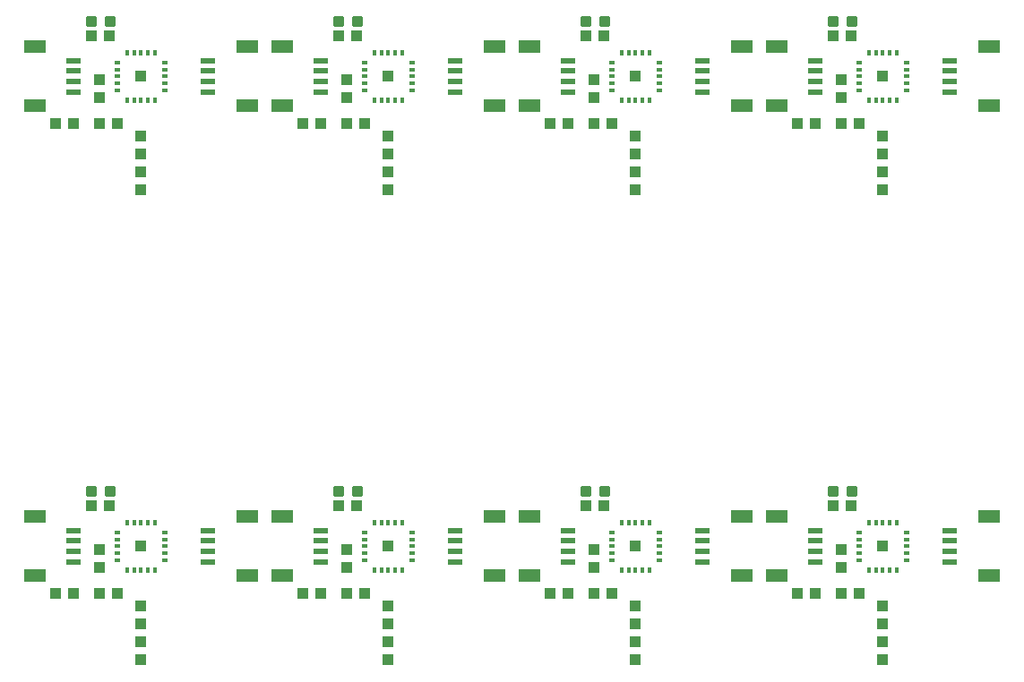
<source format=gtp>
G75*
%MOIN*%
%OFA0B0*%
%FSLAX25Y25*%
%IPPOS*%
%LPD*%
%AMOC8*
5,1,8,0,0,1.08239X$1,22.5*
%
%ADD10R,0.03937X0.04331*%
%ADD11C,0.01181*%
%ADD12R,0.07874X0.04724*%
%ADD13R,0.05315X0.02362*%
%ADD14R,0.04331X0.03937*%
%ADD15R,0.01575X0.02165*%
%ADD16R,0.02165X0.01575*%
%ADD17R,0.03937X0.03937*%
D10*
X0073500Y0051904D03*
X0073500Y0058596D03*
X0073500Y0065404D03*
X0073500Y0072096D03*
X0058000Y0086404D03*
X0058000Y0093096D03*
X0150000Y0093096D03*
X0150000Y0086404D03*
X0165500Y0072096D03*
X0165500Y0065404D03*
X0165500Y0058596D03*
X0165500Y0051904D03*
X0242000Y0086404D03*
X0242000Y0093096D03*
X0257500Y0072096D03*
X0257500Y0065404D03*
X0257500Y0058596D03*
X0257500Y0051904D03*
X0334000Y0086404D03*
X0334000Y0093096D03*
X0349500Y0072096D03*
X0349500Y0065404D03*
X0349500Y0058596D03*
X0349500Y0051904D03*
X0349500Y0226904D03*
X0349500Y0233596D03*
X0349500Y0240404D03*
X0349500Y0247096D03*
X0334000Y0261404D03*
X0334000Y0268096D03*
X0257500Y0247096D03*
X0257500Y0240404D03*
X0257500Y0233596D03*
X0257500Y0226904D03*
X0242000Y0261404D03*
X0242000Y0268096D03*
X0165500Y0247096D03*
X0165500Y0240404D03*
X0165500Y0233596D03*
X0165500Y0226904D03*
X0150000Y0261404D03*
X0150000Y0268096D03*
X0073500Y0247096D03*
X0073500Y0240404D03*
X0073500Y0233596D03*
X0073500Y0226904D03*
X0058000Y0261404D03*
X0058000Y0268096D03*
D11*
X0053669Y0288372D02*
X0053669Y0291128D01*
X0056425Y0291128D01*
X0056425Y0288372D01*
X0053669Y0288372D01*
X0053669Y0289494D02*
X0056425Y0289494D01*
X0056425Y0290616D02*
X0053669Y0290616D01*
X0060575Y0291128D02*
X0060575Y0288372D01*
X0060575Y0291128D02*
X0063331Y0291128D01*
X0063331Y0288372D01*
X0060575Y0288372D01*
X0060575Y0289494D02*
X0063331Y0289494D01*
X0063331Y0290616D02*
X0060575Y0290616D01*
X0145669Y0291128D02*
X0145669Y0288372D01*
X0145669Y0291128D02*
X0148425Y0291128D01*
X0148425Y0288372D01*
X0145669Y0288372D01*
X0145669Y0289494D02*
X0148425Y0289494D01*
X0148425Y0290616D02*
X0145669Y0290616D01*
X0152575Y0291128D02*
X0152575Y0288372D01*
X0152575Y0291128D02*
X0155331Y0291128D01*
X0155331Y0288372D01*
X0152575Y0288372D01*
X0152575Y0289494D02*
X0155331Y0289494D01*
X0155331Y0290616D02*
X0152575Y0290616D01*
X0237669Y0291128D02*
X0237669Y0288372D01*
X0237669Y0291128D02*
X0240425Y0291128D01*
X0240425Y0288372D01*
X0237669Y0288372D01*
X0237669Y0289494D02*
X0240425Y0289494D01*
X0240425Y0290616D02*
X0237669Y0290616D01*
X0244575Y0291128D02*
X0244575Y0288372D01*
X0244575Y0291128D02*
X0247331Y0291128D01*
X0247331Y0288372D01*
X0244575Y0288372D01*
X0244575Y0289494D02*
X0247331Y0289494D01*
X0247331Y0290616D02*
X0244575Y0290616D01*
X0329669Y0291128D02*
X0329669Y0288372D01*
X0329669Y0291128D02*
X0332425Y0291128D01*
X0332425Y0288372D01*
X0329669Y0288372D01*
X0329669Y0289494D02*
X0332425Y0289494D01*
X0332425Y0290616D02*
X0329669Y0290616D01*
X0336575Y0291128D02*
X0336575Y0288372D01*
X0336575Y0291128D02*
X0339331Y0291128D01*
X0339331Y0288372D01*
X0336575Y0288372D01*
X0336575Y0289494D02*
X0339331Y0289494D01*
X0339331Y0290616D02*
X0336575Y0290616D01*
X0336575Y0116128D02*
X0336575Y0113372D01*
X0336575Y0116128D02*
X0339331Y0116128D01*
X0339331Y0113372D01*
X0336575Y0113372D01*
X0336575Y0114494D02*
X0339331Y0114494D01*
X0339331Y0115616D02*
X0336575Y0115616D01*
X0329669Y0116128D02*
X0329669Y0113372D01*
X0329669Y0116128D02*
X0332425Y0116128D01*
X0332425Y0113372D01*
X0329669Y0113372D01*
X0329669Y0114494D02*
X0332425Y0114494D01*
X0332425Y0115616D02*
X0329669Y0115616D01*
X0244575Y0116128D02*
X0244575Y0113372D01*
X0244575Y0116128D02*
X0247331Y0116128D01*
X0247331Y0113372D01*
X0244575Y0113372D01*
X0244575Y0114494D02*
X0247331Y0114494D01*
X0247331Y0115616D02*
X0244575Y0115616D01*
X0237669Y0116128D02*
X0237669Y0113372D01*
X0237669Y0116128D02*
X0240425Y0116128D01*
X0240425Y0113372D01*
X0237669Y0113372D01*
X0237669Y0114494D02*
X0240425Y0114494D01*
X0240425Y0115616D02*
X0237669Y0115616D01*
X0152575Y0116128D02*
X0152575Y0113372D01*
X0152575Y0116128D02*
X0155331Y0116128D01*
X0155331Y0113372D01*
X0152575Y0113372D01*
X0152575Y0114494D02*
X0155331Y0114494D01*
X0155331Y0115616D02*
X0152575Y0115616D01*
X0145669Y0116128D02*
X0145669Y0113372D01*
X0145669Y0116128D02*
X0148425Y0116128D01*
X0148425Y0113372D01*
X0145669Y0113372D01*
X0145669Y0114494D02*
X0148425Y0114494D01*
X0148425Y0115616D02*
X0145669Y0115616D01*
X0060575Y0116128D02*
X0060575Y0113372D01*
X0060575Y0116128D02*
X0063331Y0116128D01*
X0063331Y0113372D01*
X0060575Y0113372D01*
X0060575Y0114494D02*
X0063331Y0114494D01*
X0063331Y0115616D02*
X0060575Y0115616D01*
X0053669Y0116128D02*
X0053669Y0113372D01*
X0053669Y0116128D02*
X0056425Y0116128D01*
X0056425Y0113372D01*
X0053669Y0113372D01*
X0053669Y0114494D02*
X0056425Y0114494D01*
X0056425Y0115616D02*
X0053669Y0115616D01*
D12*
X0034031Y0105274D03*
X0034031Y0083226D03*
X0112969Y0083226D03*
X0126031Y0083226D03*
X0126031Y0105274D03*
X0112969Y0105274D03*
X0204969Y0105274D03*
X0218031Y0105274D03*
X0218031Y0083226D03*
X0204969Y0083226D03*
X0296969Y0083226D03*
X0310031Y0083226D03*
X0310031Y0105274D03*
X0296969Y0105274D03*
X0388969Y0105274D03*
X0388969Y0083226D03*
X0388969Y0258226D03*
X0388969Y0280274D03*
X0310031Y0280274D03*
X0296969Y0280274D03*
X0296969Y0258226D03*
X0310031Y0258226D03*
X0218031Y0258226D03*
X0204969Y0258226D03*
X0204969Y0280274D03*
X0218031Y0280274D03*
X0126031Y0280274D03*
X0112969Y0280274D03*
X0112969Y0258226D03*
X0126031Y0258226D03*
X0034031Y0258226D03*
X0034031Y0280274D03*
D13*
X0048500Y0275156D03*
X0048500Y0271219D03*
X0048500Y0267281D03*
X0048500Y0263344D03*
X0098500Y0263344D03*
X0098500Y0267281D03*
X0098500Y0271219D03*
X0098500Y0275156D03*
X0140500Y0275156D03*
X0140500Y0271219D03*
X0140500Y0267281D03*
X0140500Y0263344D03*
X0190500Y0263344D03*
X0190500Y0267281D03*
X0190500Y0271219D03*
X0190500Y0275156D03*
X0232500Y0275156D03*
X0232500Y0271219D03*
X0232500Y0267281D03*
X0232500Y0263344D03*
X0282500Y0263344D03*
X0282500Y0267281D03*
X0282500Y0271219D03*
X0282500Y0275156D03*
X0324500Y0275156D03*
X0324500Y0271219D03*
X0324500Y0267281D03*
X0324500Y0263344D03*
X0374500Y0263344D03*
X0374500Y0267281D03*
X0374500Y0271219D03*
X0374500Y0275156D03*
X0374500Y0100156D03*
X0374500Y0096219D03*
X0374500Y0092281D03*
X0374500Y0088344D03*
X0324500Y0088344D03*
X0324500Y0092281D03*
X0324500Y0096219D03*
X0324500Y0100156D03*
X0282500Y0100156D03*
X0282500Y0096219D03*
X0282500Y0092281D03*
X0282500Y0088344D03*
X0232500Y0088344D03*
X0232500Y0092281D03*
X0232500Y0096219D03*
X0232500Y0100156D03*
X0190500Y0100156D03*
X0190500Y0096219D03*
X0190500Y0092281D03*
X0190500Y0088344D03*
X0140500Y0088344D03*
X0140500Y0092281D03*
X0140500Y0096219D03*
X0140500Y0100156D03*
X0098500Y0100156D03*
X0098500Y0096219D03*
X0098500Y0092281D03*
X0098500Y0088344D03*
X0048500Y0088344D03*
X0048500Y0092281D03*
X0048500Y0096219D03*
X0048500Y0100156D03*
D14*
X0041654Y0076750D03*
X0048346Y0076750D03*
X0058154Y0076750D03*
X0064846Y0076750D03*
X0061846Y0109250D03*
X0055154Y0109250D03*
X0133654Y0076750D03*
X0140346Y0076750D03*
X0150154Y0076750D03*
X0156846Y0076750D03*
X0153846Y0109250D03*
X0147154Y0109250D03*
X0225654Y0076750D03*
X0232346Y0076750D03*
X0242154Y0076750D03*
X0248846Y0076750D03*
X0245846Y0109250D03*
X0239154Y0109250D03*
X0317654Y0076750D03*
X0324346Y0076750D03*
X0334154Y0076750D03*
X0340846Y0076750D03*
X0337846Y0109250D03*
X0331154Y0109250D03*
X0334154Y0251750D03*
X0340846Y0251750D03*
X0324346Y0251750D03*
X0317654Y0251750D03*
X0331154Y0284250D03*
X0337846Y0284250D03*
X0245846Y0284250D03*
X0239154Y0284250D03*
X0242154Y0251750D03*
X0248846Y0251750D03*
X0232346Y0251750D03*
X0225654Y0251750D03*
X0156846Y0251750D03*
X0150154Y0251750D03*
X0140346Y0251750D03*
X0133654Y0251750D03*
X0147154Y0284250D03*
X0153846Y0284250D03*
X0064846Y0251750D03*
X0058154Y0251750D03*
X0048346Y0251750D03*
X0041654Y0251750D03*
X0055154Y0284250D03*
X0061846Y0284250D03*
D15*
X0068382Y0278108D03*
X0070941Y0278108D03*
X0073500Y0278108D03*
X0076059Y0278108D03*
X0078618Y0278108D03*
X0078618Y0260392D03*
X0076059Y0260392D03*
X0073500Y0260392D03*
X0070941Y0260392D03*
X0068382Y0260392D03*
X0160382Y0260392D03*
X0162941Y0260392D03*
X0165500Y0260392D03*
X0168059Y0260392D03*
X0170618Y0260392D03*
X0170618Y0278108D03*
X0168059Y0278108D03*
X0165500Y0278108D03*
X0162941Y0278108D03*
X0160382Y0278108D03*
X0252382Y0278108D03*
X0254941Y0278108D03*
X0257500Y0278108D03*
X0260059Y0278108D03*
X0262618Y0278108D03*
X0262618Y0260392D03*
X0260059Y0260392D03*
X0257500Y0260392D03*
X0254941Y0260392D03*
X0252382Y0260392D03*
X0344382Y0260392D03*
X0346941Y0260392D03*
X0349500Y0260392D03*
X0352059Y0260392D03*
X0354618Y0260392D03*
X0354618Y0278108D03*
X0352059Y0278108D03*
X0349500Y0278108D03*
X0346941Y0278108D03*
X0344382Y0278108D03*
X0344382Y0103108D03*
X0346941Y0103108D03*
X0349500Y0103108D03*
X0352059Y0103108D03*
X0354618Y0103108D03*
X0354618Y0085392D03*
X0352059Y0085392D03*
X0349500Y0085392D03*
X0346941Y0085392D03*
X0344382Y0085392D03*
X0262618Y0085392D03*
X0260059Y0085392D03*
X0257500Y0085392D03*
X0254941Y0085392D03*
X0252382Y0085392D03*
X0252382Y0103108D03*
X0254941Y0103108D03*
X0257500Y0103108D03*
X0260059Y0103108D03*
X0262618Y0103108D03*
X0170618Y0103108D03*
X0168059Y0103108D03*
X0165500Y0103108D03*
X0162941Y0103108D03*
X0160382Y0103108D03*
X0160382Y0085392D03*
X0162941Y0085392D03*
X0165500Y0085392D03*
X0168059Y0085392D03*
X0170618Y0085392D03*
X0078618Y0085392D03*
X0076059Y0085392D03*
X0073500Y0085392D03*
X0070941Y0085392D03*
X0068382Y0085392D03*
X0068382Y0103108D03*
X0070941Y0103108D03*
X0073500Y0103108D03*
X0076059Y0103108D03*
X0078618Y0103108D03*
D16*
X0082358Y0099368D03*
X0082358Y0096809D03*
X0082358Y0094250D03*
X0082358Y0091691D03*
X0082358Y0089132D03*
X0064642Y0089132D03*
X0064642Y0091691D03*
X0064642Y0094250D03*
X0064642Y0096809D03*
X0064642Y0099368D03*
X0156642Y0099368D03*
X0156642Y0096809D03*
X0156642Y0094250D03*
X0156642Y0091691D03*
X0156642Y0089132D03*
X0174358Y0089132D03*
X0174358Y0091691D03*
X0174358Y0094250D03*
X0174358Y0096809D03*
X0174358Y0099368D03*
X0248642Y0099368D03*
X0248642Y0096809D03*
X0248642Y0094250D03*
X0248642Y0091691D03*
X0248642Y0089132D03*
X0266358Y0089132D03*
X0266358Y0091691D03*
X0266358Y0094250D03*
X0266358Y0096809D03*
X0266358Y0099368D03*
X0340642Y0099368D03*
X0340642Y0096809D03*
X0340642Y0094250D03*
X0340642Y0091691D03*
X0340642Y0089132D03*
X0358358Y0089132D03*
X0358358Y0091691D03*
X0358358Y0094250D03*
X0358358Y0096809D03*
X0358358Y0099368D03*
X0358358Y0264132D03*
X0358358Y0266691D03*
X0358358Y0269250D03*
X0358358Y0271809D03*
X0358358Y0274368D03*
X0340642Y0274368D03*
X0340642Y0271809D03*
X0340642Y0269250D03*
X0340642Y0266691D03*
X0340642Y0264132D03*
X0266358Y0264132D03*
X0266358Y0266691D03*
X0266358Y0269250D03*
X0266358Y0271809D03*
X0266358Y0274368D03*
X0248642Y0274368D03*
X0248642Y0271809D03*
X0248642Y0269250D03*
X0248642Y0266691D03*
X0248642Y0264132D03*
X0174358Y0264132D03*
X0174358Y0266691D03*
X0174358Y0269250D03*
X0174358Y0271809D03*
X0174358Y0274368D03*
X0156642Y0274368D03*
X0156642Y0271809D03*
X0156642Y0269250D03*
X0156642Y0266691D03*
X0156642Y0264132D03*
X0082358Y0264132D03*
X0082358Y0266691D03*
X0082358Y0269250D03*
X0082358Y0271809D03*
X0082358Y0274368D03*
X0064642Y0274368D03*
X0064642Y0271809D03*
X0064642Y0269250D03*
X0064642Y0266691D03*
X0064642Y0264132D03*
D17*
X0073500Y0269250D03*
X0165500Y0269250D03*
X0257500Y0269250D03*
X0349500Y0269250D03*
X0349500Y0094250D03*
X0257500Y0094250D03*
X0165500Y0094250D03*
X0073500Y0094250D03*
M02*

</source>
